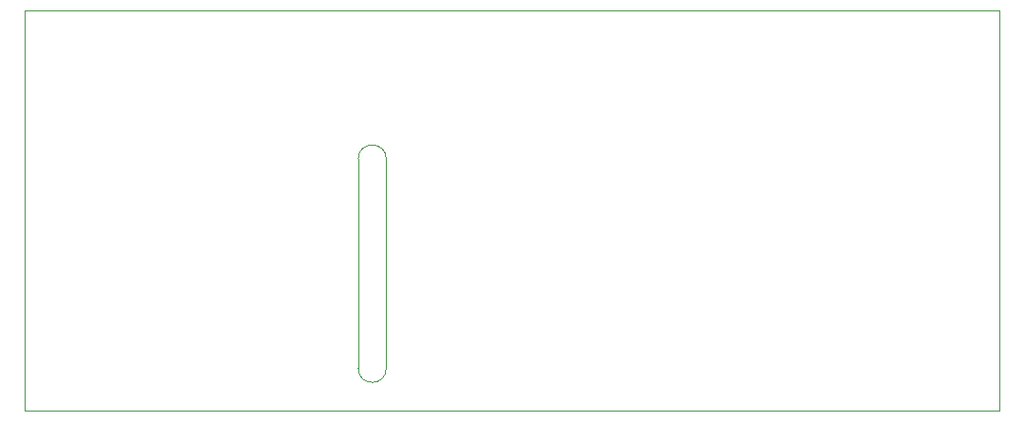
<source format=gbr>
G04 #@! TF.GenerationSoftware,KiCad,Pcbnew,(5.1.5)-3*
G04 #@! TF.CreationDate,2024-02-16T06:43:34-08:00*
G04 #@! TF.ProjectId,halfbridge,68616c66-6272-4696-9467-652e6b696361,rev?*
G04 #@! TF.SameCoordinates,Original*
G04 #@! TF.FileFunction,Profile,NP*
%FSLAX46Y46*%
G04 Gerber Fmt 4.6, Leading zero omitted, Abs format (unit mm)*
G04 Created by KiCad (PCBNEW (5.1.5)-3) date 2024-02-16 06:43:34*
%MOMM*%
%LPD*%
G04 APERTURE LIST*
%ADD10C,0.120000*%
G04 APERTURE END LIST*
D10*
X118250000Y-126250000D02*
G75*
G02X115750000Y-126250000I-1250000J0D01*
G01*
X115750000Y-107500000D02*
G75*
G02X118250000Y-107500000I1250000J0D01*
G01*
X118250000Y-126250000D02*
X118250000Y-107500000D01*
X115750000Y-107500000D02*
X115750000Y-126250000D01*
X173000000Y-94250000D02*
X86000000Y-94250000D01*
X173000000Y-130000000D02*
X173000000Y-94250000D01*
X86000000Y-130000000D02*
X173000000Y-130000000D01*
X86000000Y-94250000D02*
X86000000Y-130000000D01*
M02*

</source>
